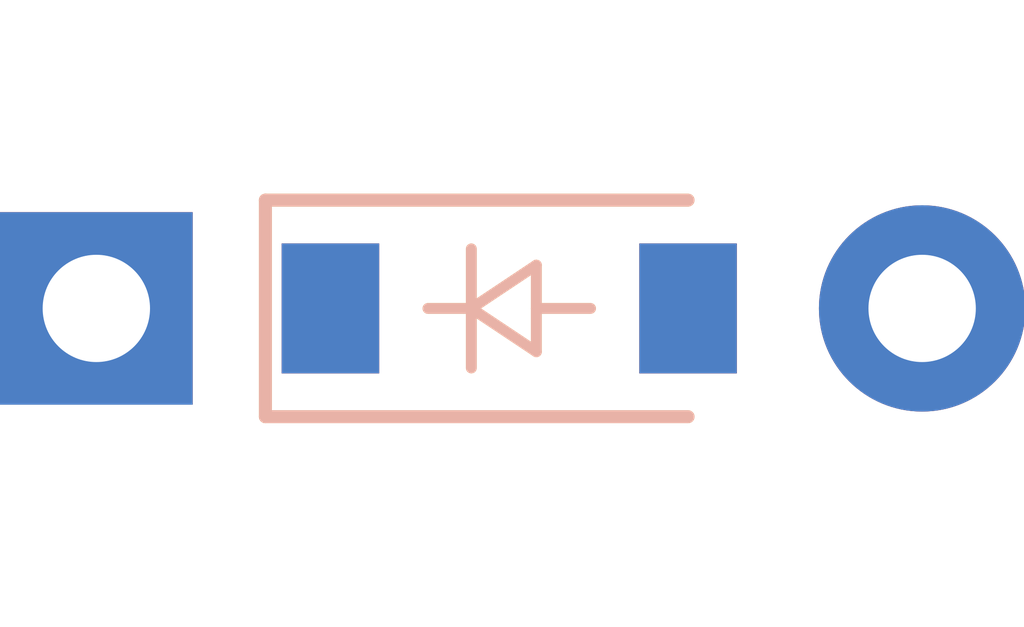
<source format=kicad_pcb>
(kicad_pcb (version 20221018) (generator pcbnew)
  (title_block (title "pcb") (rev "v1.0.0") (company "Unknown"))
  (layers (0 "F.Cu" signal) (31 "B.Cu" signal) (34 "B.Paste" user) (35 "F.Paste" user) (36 "B.SilkS" user "B.Silkscreen") (37 "F.SilkS" user "F.Silkscreen") (38 "B.Mask" user) (39 "F.Mask" user) (44 "Edge.Cuts" user))
  (net 0 "")
  (net 1 "from")
  (net 2 "to")
  (footprint "Diode_SMD:SOD-123" (layer "F.Cu") (at 0 0 0)
    (fp_text reference "D1" hide)
    (fp_text value "D_SOD-123")
    (fp_line (start -2.25 1) (end 1.65 1) (layer "F.SilkS") (width 0.12))
    (fp_line (start -2.25 -1) (end -2.25 1) (layer "F.SilkS") (width 0.12))
    (fp_line (start -2.25 -1) (end 1.65 -1) (layer "F.SilkS") (width 0.12))
    (fp_line (start 0.25 0) (end 0.75 0) (layer "F.SilkS") (width 0.1))
    (fp_line (start -0.75 0) (end -0.35 0) (layer "F.SilkS") (width 0.1))
    (fp_line (start -0.35 0) (end 0.25 -0.4) (layer "F.SilkS") (width 0.1))
    (fp_line (start -0.35 0) (end -0.35 -0.55) (layer "F.SilkS") (width 0.1))
    (fp_line (start 0.25 0.4) (end -0.35 0) (layer "F.SilkS") (width 0.1))
    (fp_line (start -0.35 0) (end -0.35 0.55) (layer "F.SilkS") (width 0.1))
    (fp_line (start 0.25 -0.4) (end 0.25 0.4) (layer "F.SilkS") (width 0.1))
    (fp_line (start -2.25 1) (end 1.65 1) (layer "B.SilkS") (width 0.12))
    (fp_line (start -2.25 -1) (end -2.25 1) (layer "B.SilkS") (width 0.12))
    (fp_line (start -2.25 -1) (end 1.65 -1) (layer "B.SilkS") (width 0.12))
    (fp_line (start -0.35 0) (end -0.35 -0.55) (layer "B.SilkS") (width 0.1))
    (fp_line (start -0.35 0) (end -0.35 0.55) (layer "B.SilkS") (width 0.1))
    (fp_line (start 0.25 0.4) (end -0.35 0) (layer "B.SilkS") (width 0.1))
    (fp_line (start -0.75 0) (end -0.35 0) (layer "B.SilkS") (width 0.1))
    (fp_line (start 0.25 0) (end 0.75 0) (layer "B.SilkS") (width 0.1))
    (fp_line (start 0.25 -0.4) (end 0.25 0.4) (layer "B.SilkS") (width 0.1))
    (fp_line (start -0.35 0) (end 0.25 -0.4) (layer "B.SilkS") (width 0.1))
    (pad "1" smd rect (at -1.65 0 0) (size 0.9 1.2) (layers "F.Cu" "F.Paste" "F.Mask") (net 2 "to"))
    (pad "2" smd rect (at 1.65 0 0) (size 0.9 1.2) (layers "B.Cu" "B.Paste" "B.Mask") (net 1 "from"))
    (pad "1" smd rect (at -1.65 0 0) (size 0.9 1.2) (layers "B.Cu" "B.Paste" "B.Mask") (net 2 "to"))
    (pad "2" smd rect (at 1.65 0 0) (size 0.9 1.2) (layers "F.Cu" "F.Paste" "F.Mask") (net 1 "from"))
    (pad 1 thru_hole circle (at 3.81 0 0) (size 1.905 1.905) (drill 0.9906) (layers *.Cu *.Mask) (net 1 "from"))
    (pad 2 thru_hole rect (at -3.81 0 0) (size 1.778 1.778) (drill 0.9906) (layers *.Cu *.Mask) (net 2 "to"))
  )
)
</source>
